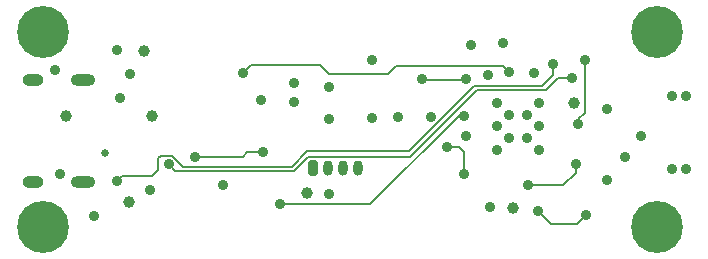
<source format=gbr>
%TF.GenerationSoftware,KiCad,Pcbnew,7.0.10*%
%TF.CreationDate,2024-02-24T20:23:48+01:00*%
%TF.ProjectId,STM32,53544d33-322e-46b6-9963-61645f706362,Rev01*%
%TF.SameCoordinates,Original*%
%TF.FileFunction,Copper,L4,Bot*%
%TF.FilePolarity,Positive*%
%FSLAX46Y46*%
G04 Gerber Fmt 4.6, Leading zero omitted, Abs format (unit mm)*
G04 Created by KiCad (PCBNEW 7.0.10) date 2024-02-24 20:23:48*
%MOMM*%
%LPD*%
G01*
G04 APERTURE LIST*
G04 Aperture macros list*
%AMRoundRect*
0 Rectangle with rounded corners*
0 $1 Rounding radius*
0 $2 $3 $4 $5 $6 $7 $8 $9 X,Y pos of 4 corners*
0 Add a 4 corners polygon primitive as box body*
4,1,4,$2,$3,$4,$5,$6,$7,$8,$9,$2,$3,0*
0 Add four circle primitives for the rounded corners*
1,1,$1+$1,$2,$3*
1,1,$1+$1,$4,$5*
1,1,$1+$1,$6,$7*
1,1,$1+$1,$8,$9*
0 Add four rect primitives between the rounded corners*
20,1,$1+$1,$2,$3,$4,$5,0*
20,1,$1+$1,$4,$5,$6,$7,0*
20,1,$1+$1,$6,$7,$8,$9,0*
20,1,$1+$1,$8,$9,$2,$3,0*%
G04 Aperture macros list end*
%TA.AperFunction,ComponentPad*%
%ADD10C,4.400000*%
%TD*%
%TA.AperFunction,ComponentPad*%
%ADD11O,2.100000X1.000000*%
%TD*%
%TA.AperFunction,ComponentPad*%
%ADD12O,1.800000X1.000000*%
%TD*%
%TA.AperFunction,ComponentPad*%
%ADD13RoundRect,0.200000X-0.200000X-0.450000X0.200000X-0.450000X0.200000X0.450000X-0.200000X0.450000X0*%
%TD*%
%TA.AperFunction,ComponentPad*%
%ADD14O,0.800000X1.300000*%
%TD*%
%TA.AperFunction,ViaPad*%
%ADD15C,0.900000*%
%TD*%
%TA.AperFunction,ViaPad*%
%ADD16C,0.650000*%
%TD*%
%TA.AperFunction,ViaPad*%
%ADD17C,1.000000*%
%TD*%
%TA.AperFunction,Conductor*%
%ADD18C,0.200000*%
%TD*%
%TA.AperFunction,Conductor*%
%ADD19C,0.150000*%
%TD*%
G04 APERTURE END LIST*
D10*
%TO.P,H4,1,1*%
%TO.N,GND*%
X122500000Y-50500000D03*
%TD*%
%TO.P,H3,1,1*%
%TO.N,GND*%
X122500000Y-67000000D03*
%TD*%
%TO.P,H2,1,1*%
%TO.N,GND*%
X174500000Y-67000000D03*
%TD*%
%TO.P,H1,1,1*%
%TO.N,GND*%
X174500000Y-50500000D03*
%TD*%
D11*
%TO.P,J3,S1,SHIELD*%
%TO.N,GND*%
X125872107Y-54572893D03*
D12*
X121692107Y-54572893D03*
D11*
X125872107Y-63212893D03*
D12*
X121692107Y-63212893D03*
%TD*%
D13*
%TO.P,J1,1,Pin_1*%
%TO.N,+3V3*%
X145392107Y-61992893D03*
D14*
%TO.P,J1,2,Pin_2*%
%TO.N,/UART_TXC*%
X146642107Y-61992893D03*
%TO.P,J1,3,Pin_3*%
%TO.N,/UART_RXC*%
X147892107Y-61992893D03*
%TO.P,J1,4,Pin_4*%
%TO.N,GND*%
X149142107Y-61992893D03*
%TD*%
D15*
%TO.N,+3V3*%
X158300000Y-59350000D03*
D16*
%TO.N,GND*%
X127746315Y-60713685D03*
D15*
X163467107Y-59492893D03*
X161967107Y-59492893D03*
X163467107Y-57492893D03*
X161967107Y-57492893D03*
X164467107Y-60492893D03*
X164467107Y-58492893D03*
X164467107Y-56492893D03*
X160967107Y-58492893D03*
X160967107Y-60492893D03*
X160967107Y-56492893D03*
X158767107Y-51617893D03*
%TO.N,+3V3*%
X146767107Y-55192893D03*
X160182551Y-54174987D03*
%TO.N,GND*%
X140934214Y-56265786D03*
X150360000Y-57822893D03*
D17*
%TO.N,+3V3*%
X131700000Y-57600000D03*
D15*
X146760000Y-57900000D03*
D17*
X167464314Y-56504314D03*
D15*
X146767107Y-64192893D03*
D17*
X144867107Y-64092893D03*
X162300000Y-65400000D03*
D15*
X164110000Y-54000000D03*
X131560000Y-63900000D03*
X143787107Y-54792893D03*
X155360000Y-57700000D03*
D17*
X131067107Y-52092893D03*
D15*
X152560000Y-57700000D03*
X143787107Y-56392893D03*
%TO.N,GND*%
X176960000Y-55900000D03*
X175760000Y-55900000D03*
X176960000Y-62100000D03*
X123960000Y-62500000D03*
X126837107Y-66112893D03*
X150360000Y-52900000D03*
X160385000Y-65300000D03*
X171760000Y-61100000D03*
X137760000Y-63500000D03*
X173160000Y-59300000D03*
X170300000Y-63000000D03*
X170300000Y-57000000D03*
X129860000Y-54100000D03*
X175760000Y-62100000D03*
X161500000Y-51400000D03*
X123560000Y-53700000D03*
D17*
%TO.N,+5V*%
X129760000Y-64900000D03*
D15*
X129067107Y-56092893D03*
X128767107Y-51992893D03*
D17*
X124500000Y-57592893D03*
D15*
%TO.N,/SWD_NRST*%
X135360000Y-61100000D03*
X141147107Y-60702893D03*
%TO.N,/SMPS_FB*%
X167800000Y-58300000D03*
X168360000Y-52900000D03*
%TO.N,/RF*%
X167660000Y-61663952D03*
X163560000Y-63500000D03*
%TO.N,/LSE_IN*%
X154560000Y-54500000D03*
X158360000Y-54500000D03*
%TO.N,/BOOT*%
X142567107Y-65092893D03*
X158167107Y-57592893D03*
%TO.N,Net-(J4-SWO)*%
X139441535Y-53941535D03*
X161960000Y-53900000D03*
%TO.N,/UART_TX*%
X156700000Y-60200000D03*
X158160000Y-62500000D03*
%TO.N,/USB_D+*%
X128767107Y-63092893D03*
X165689098Y-53228036D03*
%TO.N,/USB_D-*%
X133160000Y-61700000D03*
X167300000Y-54400000D03*
%TO.N,Net-(X1-Pad2)*%
X168500000Y-66000000D03*
X164390331Y-65669669D03*
%TD*%
D18*
%TO.N,Net-(X1-Pad2)*%
X167700000Y-66800000D02*
X165520662Y-66800000D01*
X168500000Y-66000000D02*
X167700000Y-66800000D01*
X165520662Y-66800000D02*
X164390331Y-65669669D01*
D19*
%TO.N,Net-(J4-SWO)*%
X161427893Y-53367893D02*
X161960000Y-53900000D01*
X152422437Y-53367893D02*
X161427893Y-53367893D01*
X140090177Y-53292893D02*
X145977588Y-53292893D01*
X139441535Y-53941535D02*
X140090177Y-53292893D01*
X146759695Y-54075000D02*
X151715330Y-54075000D01*
X145977588Y-53292893D02*
X146759695Y-54075000D01*
X151715330Y-54075000D02*
X152422437Y-53367893D01*
%TO.N,/USB_D-*%
X133710000Y-62250000D02*
X133160000Y-61700000D01*
X143767107Y-62250000D02*
X133710000Y-62250000D01*
X159267107Y-55400000D02*
X153599214Y-61067893D01*
X165100000Y-55400000D02*
X159267107Y-55400000D01*
X153599214Y-61067893D02*
X144949214Y-61067893D01*
X166100000Y-54400000D02*
X165100000Y-55400000D01*
X167300000Y-54400000D02*
X166100000Y-54400000D01*
X144949214Y-61067893D02*
X143767107Y-62250000D01*
D18*
%TO.N,/SMPS_FB*%
X167800000Y-57900000D02*
X168360000Y-57340000D01*
X168360000Y-57340000D02*
X168360000Y-52900000D01*
X167800000Y-58300000D02*
X167800000Y-57900000D01*
D19*
%TO.N,/UART_TX*%
X157700000Y-60200000D02*
X158160000Y-60660000D01*
X156700000Y-60200000D02*
X157700000Y-60200000D01*
X158160000Y-60660000D02*
X158160000Y-62500000D01*
%TO.N,/RF*%
X166500000Y-63500000D02*
X163560000Y-63500000D01*
X167600000Y-61723952D02*
X167600000Y-62400000D01*
X167660000Y-61663952D02*
X167600000Y-61723952D01*
X167600000Y-62400000D02*
X166500000Y-63500000D01*
D18*
%TO.N,/BOOT*%
X157707107Y-57592893D02*
X158167107Y-57592893D01*
X150207107Y-65092893D02*
X157707107Y-57592893D01*
X142567107Y-65092893D02*
X150207107Y-65092893D01*
D19*
%TO.N,/USB_D+*%
X129160000Y-62700000D02*
X128767107Y-63092893D01*
X131760000Y-62700000D02*
X129160000Y-62700000D01*
X132267107Y-62192893D02*
X131760000Y-62700000D01*
X132267107Y-61192893D02*
X132267107Y-62192893D01*
X132485000Y-60975000D02*
X132267107Y-61192893D01*
X133460305Y-60975000D02*
X132485000Y-60975000D01*
X144874214Y-60592893D02*
X143567107Y-61900000D01*
X159035305Y-55050000D02*
X153492412Y-60592893D01*
X164789837Y-55050000D02*
X159035305Y-55050000D01*
X165689098Y-54150739D02*
X164789837Y-55050000D01*
X153492412Y-60592893D02*
X144874214Y-60592893D01*
X165689098Y-53228036D02*
X165689098Y-54150739D01*
X143567107Y-61900000D02*
X134385305Y-61900000D01*
X134385305Y-61900000D02*
X133460305Y-60975000D01*
%TO.N,/SWD_NRST*%
X139422652Y-61100000D02*
X135360000Y-61100000D01*
X139819759Y-60702893D02*
X139422652Y-61100000D01*
X141147107Y-60702893D02*
X139819759Y-60702893D01*
%TO.N,/LSE_IN*%
X154652893Y-54592893D02*
X154560000Y-54500000D01*
X158267107Y-54592893D02*
X154652893Y-54592893D01*
X158360000Y-54500000D02*
X158267107Y-54592893D01*
%TD*%
M02*

</source>
